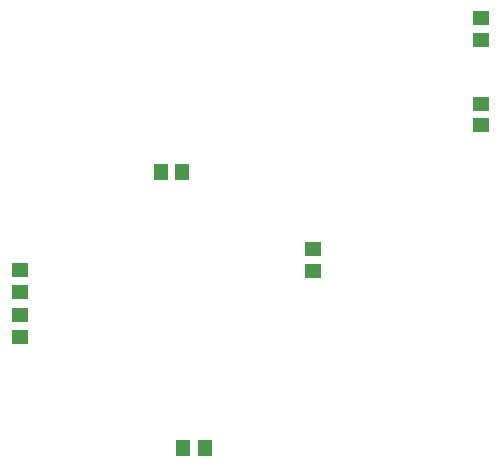
<source format=gbp>
G04*
G04 #@! TF.GenerationSoftware,Altium Limited,Altium Designer,20.0.9 (164)*
G04*
G04 Layer_Color=128*
%FSLAX25Y25*%
%MOIN*%
G70*
G01*
G75*
%ADD16R,0.04724X0.05512*%
%ADD17R,0.05512X0.04724*%
D16*
X198543Y400000D02*
D03*
X191457D02*
D03*
X198913Y308000D02*
D03*
X206000D02*
D03*
D17*
X298000Y422587D02*
D03*
Y415500D02*
D03*
X298000Y451043D02*
D03*
Y443957D02*
D03*
X242000Y367000D02*
D03*
Y374087D02*
D03*
X144500Y367087D02*
D03*
Y360000D02*
D03*
X144500Y344957D02*
D03*
Y352043D02*
D03*
M02*

</source>
